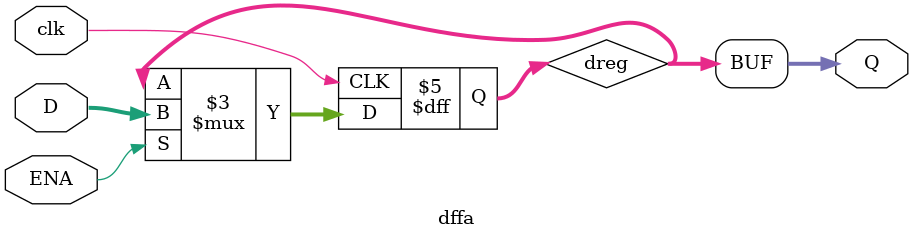
<source format=v>
module dffa (D,clk,ENA,Q);
	// function: holds value when clk is rising and ena is active; 
//parameters
  parameter DATA_WIDTH = 4;// size of each input data

  input wire [DATA_WIDTH-1:0] D; //input to FF
  input wire clk; //clock singnal
  input wire ENA; // enable for flipflop
  output wire [DATA_WIDTH-1:0] Q; //output

  reg [DATA_WIDTH-1:0]dreg; //internal register

  initial
	dreg<=0;  //inital value of 0
  assign Q = dreg;

  always@(posedge clk) begin  //at clock positive edge
		if (ENA)
			dreg<=D;
	end
	endmodule

</source>
